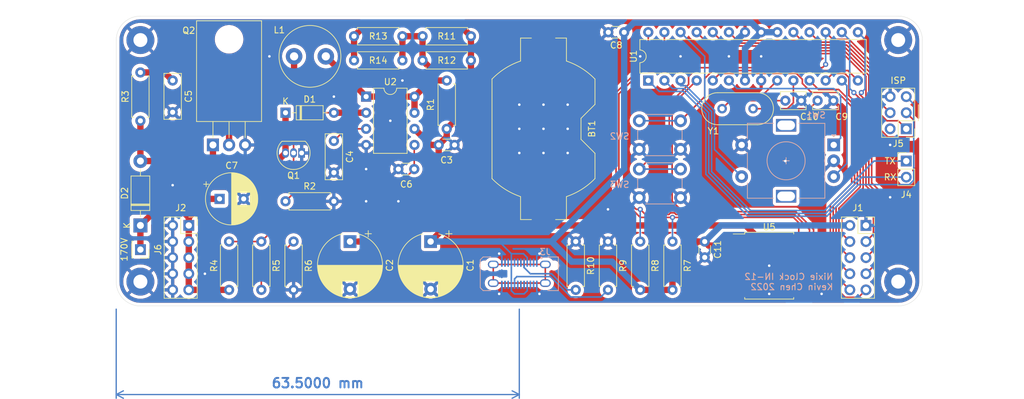
<source format=kicad_pcb>
(kicad_pcb (version 20211014) (generator pcbnew)
  (layers (0 "F.Cu" signal) (31 "B.Cu" signal) (34 "B.Paste" user) (35 "F.Paste" user) (36 "B.SilkS" user "B.Silkscreen") (37 "F.SilkS" user "F.Silkscreen") (38 "B.Mask" user) (39 "F.Mask" user) (44 "Edge.Cuts" user))
  (net 0 "")
  (net 1 "GND")
  (net 2 "Net-(L1-Pad1)")
  (net 3 "+170V")
  (net 4 "Net-(D1-Pad2)")
  (net 5 "Net-(D2-Pad2)")
  (net 6 "Net-(R5-Pad2)")
  (net 7 "Net-(C9-Pad1)")
  (net 8 "Net-(C10-Pad1)")
  (net 9 "Net-(J3-PadA5)")
  (net 10 "Net-(J3-PadB5)")
  (net 11 "/TX")
  (net 12 "/RX")
  (net 13 "+5V")
  (net 14 "MOSI")
  (net 15 "SCK")
  (net 16 "MISO")
  (net 17 "~{RESET}")
  (net 18 "Net-(R7-Pad1)")
  (net 19 "Net-(R8-Pad1)")
  (net 20 "Net-(SW1-PadS1)")
  (net 21 "Net-(SW1-PadB)")
  (net 22 "Net-(SW1-PadA)")
  (net 23 "Net-(SW2-Pad1)")
  (net 24 "Net-(U1-Pad4)")
  (net 26 "/VBATT")
  (net 29 "unconnected-(J3-PadS1)")
  (net 36 "Net-(C4-Pad1)")
  (net 37 "Net-(C5-Pad1)")
  (net 38 "Net-(C6-Pad2)")
  (net 39 "Net-(D1-Pad1)")
  (net 40 "SER")
  (net 41 "EN1")
  (net 42 "SRCLK")
  (net 43 "EN2")
  (net 44 "RCLK")
  (net 45 "EN3")
  (net 46 "EN5")
  (net 47 "EN4")
  (footprint "Capacitor_THT:CP_Radial_D10.0mm_P7.50mm" (layer "F.Cu") (at 125.73 86.36 -90)
    (fp_text reference "C1")
    (fp_text value "470uF")
  )
  (footprint "Capacitor_THT:CP_Radial_D10.0mm_P7.50mm" (layer "F.Cu") (at 113.03 86.36 -90)
    (fp_text reference "C2")
    (fp_text value "220uF")
  )
  (footprint "Capacitor_THT:C_Disc_D3.0mm_W1.6mm_P2.50mm" (layer "F.Cu") (at 127 71.12)
    (fp_text reference "C3")
    (fp_text value "0.1uF")
  )
  (footprint "Capacitor_THT:C_Disc_D7.0mm_W2.5mm_P5.00mm" (layer "F.Cu") (at 110.49 70.485 -90)
    (fp_text reference "C4")
    (fp_text value "1500pF")
  )
  (footprint "Diode_THT:D_DO-35_SOD27_P7.62mm_Horizontal" (layer "F.Cu") (at 102.87 66.04)
    (fp_text reference "D1")
    (fp_text value "1N4148")
  )
  (footprint "Inductor_THT:L_Radial_D9.5mm_P5.00mm_Fastron_07HVP" (layer "F.Cu") (at 109.22 57.15 180)
    (fp_text reference "L1")
    (fp_text value "100uH")
  )
  (footprint "Package_TO_SOT_THT:TO-92_Inline" (layer "F.Cu") (at 105.41 72.39 180)
    (fp_text reference "Q1")
    (fp_text value "BC557")
  )
  (footprint "Package_TO_SOT_THT:TO-220-3_Horizontal_TabDown" (layer "F.Cu") (at 91.44 71.12)
    (fp_text reference "Q2")
    (fp_text value "IRL640")
  )
  (footprint "Resistor_THT:R_Axial_DIN0207_L6.3mm_D2.5mm_P7.62mm_Horizontal" (layer "F.Cu") (at 80.01 67.31 90)
    (fp_text reference "R3")
    (fp_text value "100")
  )
  (footprint "Resistor_THT:R_Axial_DIN0207_L6.3mm_D2.5mm_P7.62mm_Horizontal" (layer "F.Cu") (at 93.98 93.98 90)
    (fp_text reference "R4")
    (fp_text value "330k")
  )
  (footprint "Resistor_THT:R_Axial_DIN0207_L6.3mm_D2.5mm_P7.62mm_Horizontal" (layer "F.Cu") (at 99.06 86.36 -90)
    (fp_text reference "R5")
    (fp_text value "2.2k")
  )
  (footprint "Resistor_THT:R_Axial_DIN0207_L6.3mm_D2.5mm_P7.62mm_Horizontal" (layer "F.Cu") (at 104.14 86.36 -90)
    (fp_text reference "R6")
    (fp_text value "220")
  )
  (footprint "Package_DIP:DIP-28_W7.62mm" (layer "F.Cu") (at 160.02 60.96 90)
    (fp_text reference "U1")
    (fp_text value "ATmega328P-PU")
  )
  (footprint "Battery:BatteryHolder_Keystone_1058_1x2032" (layer "F.Cu") (at 143.51 68.58 90)
    (fp_text reference "BT1")
    (fp_text value "Battery_Cell")
  )
  (footprint "Diode_THT:D_DO-41_SOD81_P10.16mm_Horizontal" (layer "F.Cu") (at 80.01 83.82 90)
    (fp_text reference "D2")
    (fp_text value "UF4004")
  )
  (footprint "Connector_PinSocket_2.54mm:PinSocket_1x01_P2.54mm_Vertical" (layer "F.Cu") (at 80.01 87.63 -90)
    (fp_text reference "J6")
    (fp_text value "Conn_01x01_Male")
  )
  (footprint "Resistor_THT:R_Axial_DIN0207_L6.3mm_D2.5mm_P7.62mm_Horizontal" (layer "F.Cu") (at 132.08 57.785 180)
    (fp_text reference "R12")
    (fp_text value "0.2")
  )
  (footprint "Connector_PinSocket_2.54mm:PinSocket_2x05_P2.54mm_Vertical" (layer "F.Cu") (at 87.63 83.82)
    (fp_text reference "J2")
    (fp_text value "Conn_02x05_Odd_Even")
  )
  (footprint "Resistor_THT:R_Axial_DIN0207_L6.3mm_D2.5mm_P7.62mm_Horizontal" (layer "F.Cu") (at 163.83 86.36 -90)
    (fp_text reference "R7")
    (fp_text value "5.1k")
  )
  (footprint "Resistor_THT:R_Axial_DIN0207_L6.3mm_D2.5mm_P7.62mm_Horizontal" (layer "F.Cu") (at 132.08 53.975 180)
    (fp_text reference "R11")
    (fp_text value "0.2")
  )
  (footprint "Resistor_THT:R_Axial_DIN0207_L6.3mm_D2.5mm_P7.62mm_Horizontal" (layer "F.Cu") (at 148.59 86.36 -90)
    (fp_text reference "R10")
    (fp_text value "5.1k")
  )
  (footprint "Resistor_THT:R_Axial_DIN0207_L6.3mm_D2.5mm_P7.62mm_Horizontal" (layer "F.Cu") (at 153.67 86.36 -90)
    (fp_text reference "R9")
    (fp_text value "5.1k")
  )
  (footprint "Capacitor_THT:C_Disc_D7.0mm_W2.5mm_P5.00mm" (layer "F.Cu") (at 85.09 60.96 -90)
    (fp_text reference "C5")
    (fp_text value "100pF")
  )
  (footprint "Connector_PinHeader_2.54mm:PinHeader_2x03_P2.54mm_Vertical" (layer "F.Cu") (at 200.66 68.58 180)
    (fp_text reference "J5")
    (fp_text value "AVR-ISP-6")
  )
  (footprint "Resistor_THT:R_Axial_DIN0207_L6.3mm_D2.5mm_P7.62mm_Horizontal" (layer "F.Cu") (at 102.87 80.01)
    (fp_text reference "R2")
    (fp_text value "1k")
  )
  (footprint "Resistor_THT:R_Axial_DIN0207_L6.3mm_D2.5mm_P7.62mm_Horizontal" (layer "F.Cu") (at 158.75 86.36 -90)
    (fp_text reference "R8")
    (fp_text value "5.1k")
  )
  (footprint "Connector_PinSocket_2.54mm:PinSocket_2x05_P2.54mm_Vertical" (layer "F.Cu") (at 194.31 83.82)
    (fp_text reference "J1")
    (fp_text value "Conn_02x05_Odd_Even")
  )
  (footprint "Capacitor_THT:C_Disc_D3.0mm_W1.6mm_P2.50mm" (layer "F.Cu") (at 120.65 74.93)
    (fp_text reference "C6")
    (fp_text value "0.1uF")
  )
  (footprint "Capacitor_THT:C_Disc_D3.8mm_W2.6mm_P2.50mm" (layer "F.Cu") (at 186.69 64.135)
    (fp_text reference "C9")
    (fp_text value "22pF")
  )
  (footprint "Package_SO:SOIC-16W_7.5x10.3mm_P1.27mm" (layer "F.Cu") (at 179.07 90.17)
    (fp_text reference "U5")
    (fp_text value "DS3231M")
  )
  (footprint "Resistor_THT:R_Axial_DIN0207_L6.3mm_D2.5mm_P7.62mm_Horizontal" (layer "F.Cu") (at 128.27 68.58 90)
    (fp_text reference "R1")
    (fp_text value "0.2")
  )
  (footprint "Capacitor_THT:CP_Radial_D8.0mm_P3.80mm" (layer "F.Cu") (at 92.480241 79.625)
    (fp_text reference "C7")
    (fp_text value "3.3uF 250V")
  )
  (footprint "Crystal:Crystal_HC49-U_Vertical" (layer "F.Cu") (at 176.53 65.405 180)
    (fp_text reference "Y1")
    (fp_text value "16 MHz")
  )
  (footprint "MountingHole:MountingHole_2.2mm_M2_Pad" (layer "F.Cu") (at 199.39 54.58)
    (fp_text reference "H1" hide)
    (fp_text value "MountingHole_Pad")
  )
  (footprint "MountingHole:MountingHole_2.2mm_M2_Pad" (layer "F.Cu") (at 80.01 54.58)
    (fp_text reference "H4" hide)
    (fp_text value "MountingHole_Pad")
  )
  (footprint "Package_DIP:DIP-8_W7.62mm" (layer "F.Cu") (at 115.57 63.5)
    (fp_text reference "U2")
    (fp_text value "MC34063AP")
  )
  (footprint "Capacitor_THT:C_Disc_D3.0mm_W1.6mm_P2.50mm" (layer "F.Cu") (at 168.91 86.36 -90)
    (fp_text reference "C11")
    (fp_text value "0.1uF")
  )
  (footprint "Resistor_THT:R_Axial_DIN0207_L6.3mm_D2.5mm_P7.62mm_Horizontal" (layer "F.Cu") (at 113.665 53.975)
    (fp_text reference "R13")
    (fp_text value "0.2")
  )
  (footprint "Capacitor_THT:C_Disc_D3.8mm_W2.6mm_P2.50mm" (layer "F.Cu") (at 181.61 64.135)
    (fp_text reference "C10")
    (fp_text value "22pF")
  )
  (footprint "Capacitor_THT:C_Disc_D3.0mm_W1.6mm_P2.50mm" (layer "F.Cu") (at 156.22 53.35 180)
    (fp_text reference "C8")
    (fp_text value "0.1uF")
  )
  (footprint "MountingHole:MountingHole_2.2mm_M2_Pad" (layer "F.Cu") (at 80.01 92.68)
    (fp_text reference "H3" hide)
    (fp_text value "MountingHole_Pad")
  )
  (footprint "Connector_PinHeader_2.54mm:PinHeader_1x02_P2.54mm_Vertical" (layer "F.Cu") (at 200.66 73.66)
    (fp_text reference "J4")
    (fp_text value "Conn_01x02_Male")
  )
  (footprint "Resistor_THT:R_Axial_DIN0207_L6.3mm_D2.5mm_P7.62mm_Horizontal" (layer "F.Cu") (at 113.665 57.785)
    (fp_text reference "R14")
    (fp_text value "0.2")
  )
  (footprint "MountingHole:MountingHole_2.2mm_M2_Pad" (layer "F.Cu") (at 199.39 92.68)
    (fp_text reference "H2" hide)
    (fp_text value "MountingHole_Pad")
  )
  (footprint "Button_Switch_THT:SW_PUSH_6mm_H13mm" (layer "B.Cu") (at 165.1 74.93 180)
    (fp_text reference "SW3")
    (fp_text value "SW_Push")
  )
  (footprint "Rotary_Encoder:RotaryEncoder_Alps_EC11E-Switch_Vertical_H20mm" (layer "B.Cu") (at 189.23 71.12 180)
    (fp_text reference "SW1")
    (fp_text value "RotaryEncoder_Switch")
  )
  (footprint "Button_Switch_THT:SW_PUSH_6mm_H13mm" (layer "B.Cu") (at 165.1 67.31 180)
    (fp_text reference "SW2")
    (fp_text value "SW_Push")
  )
  (footprint "Connector_USB:USB_C_Receptacle_JAE_DX07S024WJ3R400" (layer "B.Cu") (at 139.7 91.44 180)
    (fp_text reference "J3")
    (fp_text value "USB_C_Receptacle_USB2.0")
  )
  (gr_line (start 202.565 64.77) (end 202.565 67.31) (layer "F.SilkS") (width 0.12))
  (gr_line (start 203.2 92.71) (end 203.2 54.61) (layer "Edge.Cuts") (width 0.05))
  (gr_line (start 199.39 50.8) (end 80.01 50.8) (layer "Edge.Cuts") (width 0.05))
  (gr_arc (start 80.01 96.52) (mid 77.315923 95.404077) (end 76.2 92.71) (layer "Edge.Cuts") (width 0.05))
  (gr_arc (start 76.2 54.61) (mid 77.315923 51.915923) (end 80.01 50.8) (layer "Edge.Cuts") (width 0.05))
  (gr_line (start 80.01 96.52) (end 199.39 96.52) (layer "Edge.Cuts") (width 0.05))
  (gr_arc (start 203.2 92.71) (mid 202.084077 95.404077) (end 199.39 96.52) (layer "Edge.Cuts") (width 0.05))
  (gr_line (start 76.2 54.61) (end 76.2 92.71) (layer "Edge.Cuts") (width 0.05))
  (gr_arc (start 199.39 50.8) (mid 202.084077 51.915923) (end 203.2 54.61) (layer "Edge.Cuts") (width 0.05))
  (gr_text "Nixie Clock IN-12\nKevin Chen 2022" (at 189.23 92.71) (layer "B.SilkS") (effects (font (size 1 1)) (justify left mirror)))
  (gr_text "ISP" (at 199.39 60.96) (layer "F.SilkS") (effects (font (size 1 1))))
  (gr_text "RX" (at 198.12 76.2) (layer "F.SilkS") (effects (font (size 1 1))))
  (gr_text "170V" (at 77.47 87.63 90) (layer "F.SilkS") (effects (font (size 1 1))))
  (gr_text "TX" (at 198.12 73.66) (layer "F.SilkS") (effects (font (size 1 1))))
  (dimension (type aligned) (layer "B.Cu") (pts (xy 76.2 96.52) (xy 139.7 96.52)) (height 13.97) (gr_text "2500.0000 mils" (at 107.95 108.69) (layer "B.Cu") (effects (font (size 1.5 1.5) (thickness 0.3)))) (format (units 3) (units_format 1) (precision 4)) (style (thickness 0.2) (arrow_length 1.27) (text_position_mode 0) (extension_height 0.58642) (extension_offset 0.5) keep_text_aligned))
  (via (at 179.07 90.17) (size 0.8) (drill 0.4) (layers "F.Cu" "B.Cu") (net 1))
  (via (at 100.33 57.15) (size 0.8) (drill 0.4) (layers "F.Cu" "B.Cu") (net 1))
  (via (at 177.8 57.15) (size 0.8) (drill 0.4) (layers "F.Cu" "B.Cu") (net 1))
  (via (at 147.32 68.58) (size 0.8) (drill 0.4) (layers "F.Cu" "B.Cu") (net 1))
  (via (at 139.7 72.39) (size 0.8) (drill 0.4) (layers "F.Cu" "B.Cu") (net 1))
  (via (at 158.75 57.15) (size 0.8) (drill 0.4) (layers "F.Cu" "B.Cu") (net 1))
  (via (at 153.67 81.28) (size 0.8) (drill 0.4) (layers "F.Cu" "B.Cu") (net 1))
  (via (at 172.72 57.15) (size 0.8) (drill 0.4) (layers "F.Cu" "B.Cu") (net 1))
  (via (at 165.1 57.15) (size 0.8) (drill 0.4) (layers "F.Cu" "B.Cu") (net 1))
  (via (at 136.525 88.265) (size 0.8) (drill 0.4) (layers "F.Cu" "B.Cu") (net 1))
  (via (at 198.12 79.375) (size 0.8) (drill 0.4) (layers "F.Cu" "B.Cu") (net 1))
  (via (at 142.875 94.615) (size 0.8) (drill 0.4) (layers "F.Cu" "B.Cu") (net 1))
  (via (at 143.51 64.77) (size 0.8) (drill 0.4) (layers "F.Cu" "B.Cu") (net 1))
  (via (at 110.49 63.5) (size 0.8) (drill 0.4) (layers "F.Cu" "B.Cu") (net 1))
  (via (at 85.09 77.47) (size 0.8) (drill 0.4) (layers "F.Cu" "B.Cu") (net 1))
  (via (at 90.17 91.44) (size 0.8) (drill 0.4) (layers "F.Cu" "B.Cu") (net 1))
  (via (at 139.7 68.58) (size 0.8) (drill 0.4) (layers "F.Cu" "B.Cu") (net 1))
  (via (at 179.07 94.615) (size 0.8) (drill 0.4) (layers "F.Cu" "B.Cu") (net 1))
  (via (at 119.38 67.31) (size 0.8) (drill 0.4) (layers "F.Cu" "B.Cu") (net 1))
  (via (at 142.875 88.265) (size 0.8) (drill 0.4) (layers "F.Cu" "B.Cu") (net 1))
  (via (at 147.32 72.39) (size 0.8) (drill 0.4) (layers "F.Cu" "B.Cu") (net 1))
  (via (at 147.32 64.77) (size 0.8) (drill 0.4) (layers "F.Cu" "B.Cu") (net 1))
  (via (at 143.51 72.39) (size 0.8) (drill 0.4) (layers "F.Cu" "B.Cu") (net 1))
  (via (at 181.61 73.66) (size 0.8) (drill 0.4) (layers "F.Cu" "B.Cu") (net 1))
  (via (at 120.65 80.01) (size 0.8) (drill 0.4) (layers "F.Cu" "B.Cu") (net 1))
  (via (at 187.325 94.615) (size 0.8) (drill 0.4) (layers "F.Cu" "B.Cu") (net 1))
  (via (at 143.51 68.58) (size 0.8) (drill 0.4) (layers "F.Cu" "B.Cu") (net 1))
  (via (at 115.57 74.93) (size 0.8) (drill 0.4) (layers "F.Cu" "B.Cu") (net 1))
  (via (at 136.525 94.615) (size 0.8) (drill 0.4) (layers "F.Cu" "B.Cu") (net 1))
  (via (at 198.12 71.12) (size 0.8) (drill 0.4) (layers "F.Cu" "B.Cu") (net 1))
  (via (at 121.285 60.96) (size 0.8) (drill 0.4) (layers "F.Cu" "B.Cu") (net 1))
  (via (at 115.57 80.01) (size 0.8) (drill 0.4) (layers "F.Cu" "B.Cu") (net 1))
  (via (at 139.7 64.77) (size 0.8) (drill 0.4) (layers "F.Cu" "B.Cu") (net 1))
  (segment (start 136.95 93.19) (end 136.95 94.19) (width 0.25) (layer "B.Cu") (net 1))
  (segment (start 136.95 88.69) (end 136.525 88.265) (width 0.25) (layer "B.Cu") (net 1))
  (segment (start 142.45 94.19) (end 142.875 94.615) (width 0.25) (layer "B.Cu") (net 1))
  (segment (start 136.95 94.19) (end 136.525 94.615) (width 0.25) (layer "B.Cu") (net 1))
  (segment (start 142.45 89.69) (end 142.45 88.69) (width 0.25) (layer "B.Cu") (net 1))
  (segment (start 172.72 55.88) (end 175.26 53.34) (width 1) (layer "B.Cu") (net 1))
  (segment (start 136.95 89.69) (end 136.95 88.69) (width 0.25) (layer "B.Cu") (net 1))
  (segment (start 172.72 57.15) (end 172.72 55.88) (width 1) (layer "B.Cu") (net 1))
  (segment (start 142.45 88.69) (end 142.875 88.265) (width 0.25) (layer "B.Cu") (net 1))
  (segment (start 142.45 93.19) (end 142.45 94.19) (width 0.25) (layer "B.Cu") (net 1))
  (segment (start 109.22 57.15) (end 115.57 63.5) (width 1) (layer "F.Cu") (net 2))
  (segment (start 121.285 54.61) (end 121.285 57.785) (width 1) (layer "F.Cu") (net 2))
  (segment (start 121.285 53.975) (end 124.46 53.975) (width 1) (layer "F.Cu") (net 2))
  (segment (start 125.73 59.055) (end 125.73 60.96) (width 1) (layer "F.Cu") (net 2))
  (segment (start 115.57 63.5) (end 123.19 63.5) (width 1) (layer "F.Cu") (net 2))
  (segment (start 123.19 63.5) (end 125.73 60.96) (width 1) (layer "F.Cu") (net 2))
  (segment (start 128.27 60.96) (end 125.73 60.96) (width 1) (layer "F.Cu") (net 2))
  (segment (start 124.46 57.785) (end 125.73 59.055) (width 1) (layer "F.Cu") (net 2))
  (segment (start 124.46 57.785) (end 124.46 54.61) (width 1) (layer "F.Cu") (net 2))
  (segment (start 123.19 66.04) (end 123.19 63.5) (width 1) (layer "F.Cu") (net 2))
  (segment (start 87.63 83.82) (end 87.63 93.98) (width 1) (layer "F.Cu") (net 3))
  (segment (start 82.55 81.28) (end 86.36 81.28) (width 1) (layer "F.Cu") (net 3))
  (segment (start 87.63 93.98) (end 93.98 93.98) (width 1) (layer "F.Cu") (net 3))
  (segment (start 87.63 83.82) (end 87.63 82.55) (width 1) (layer "F.Cu") (net 3))
  (segment (start 87.63 82.55) (end 90.555 79.625) (width 1) (layer "F.Cu") (net 3))
  (segment (start 86.36 81.28) (end 87.63 82.55) (width 1) (layer "F.Cu") (net 3))
  (segment (start 80.01 83.82) (end 82.55 81.28) (width 1) (layer "F.Cu") (net 3))
  (segment (start 80.01 83.82) (end 80.01 87.63) (width 1) (layer "F.Cu") (net 3))
  (segment (start 90.555 79.625) (end 92.480241 79.625) (width 1) (layer "F.Cu") (net 3))
  (segment (start 115.57 66.04) (end 110.49 66.04) (width 1) (layer "F.Cu") (net 4))
  (segment (start 104.14 78.74) (end 102.87 80.01) (width 0.25) (layer "F.Cu") (net 4))
  (segment (start 104.14 70.935978) (end 109.035978 66.04) (width 0.25) (layer "F.Cu") (net 4))
  (segment (start 104.14 72.39) (end 104.14 78.74) (width 0.25) (layer "F.Cu") (net 4))
  (segment (start 104.14 72.39) (end 104.14 70.935978) (width 0.25) (layer "F.Cu") (net 4))
  (segment (start 109.035978 66.04) (end 110.49 66.04) (width 0.25) (layer "F.Cu") (net 4))
  (segment (start 93.98 67.39) (end 97.71 67.39) (width 1) (layer "F.Cu") (net 5))
  (segment (start 93.98 71.12) (end 93.98 67.39) (width 1) (layer "F.Cu") (net 5))
  (segment (start 91.018478 67.39) (end 84.748478 73.66) (width 1) (layer "F.Cu") (net 5))
  (segment (start 80.01 67.31) (end 80.01 73.66) (width 1) (layer "F.Cu") (net 5))
  (segment (start 104.22 60.88) (end 104.22 57.15) (width 1) (layer "F.Cu") (net 5))
  (segment (start 84.748478 73.66) (end 80.01 73.66) (width 1) (layer "F.Cu") (net 5))
  (segment (start 93.98 67.39) (end 91.018478 67.39) (width 1) (layer "F.Cu") (net 5))
  (segment (start 97.71 67.39) (end 104.22 60.88) (width 1) (layer "F.Cu") (net 5))
  (segment (start 99.06 91.44) (end 104.14 86.36) (width 0.25) (layer "F.Cu") (net 6))
  (segment (start 99.06 93.98) (end 99.06 91.44) (width 0.25) (layer "F.Cu") (net 6))
  (segment (start 185.42 65.405) (end 186.69 64.135) (width 0.25) (layer "F.Cu") (net 7))
  (segment (start 181.9303 65.405) (end 185.42 65.405) (width 0.25) (layer "F.Cu") (net 7))
  (segment (start 182.88 64.4553) (end 182.88 60.96) (width 0.25) (layer "F.Cu") (net 7))
  (segment (start 181.9303 65.405) (end 182.88 64.4553) (width 0.25) (layer "F.Cu") (net 7))
  (segment (start 176.53 65.405) (end 181.9303 65.405) (width 0.25) (layer "F.Cu") (net 7))
  (segment (start 172.92 64.135) (end 177.165 64.135) (width 0.25) (layer "F.Cu") (net 8))
  (segment (start 177.165 64.135) (end 180.34 60.96) (width 0.25) (layer "F.Cu") (net 8))
  (segment (start 177.165 64.135) (end 181.61 64.135) (width 0.25) (layer "F.Cu") (net 8))
  (segment (start 171.65 65.405) (end 172.92 64.135) (width 0.25) (layer "F.Cu") (net 8))
  (segment (start 140.45 89.69) (end 140.45 90.454511) (width 0.25) (layer "B.Cu") (net 9))
  (segment (start 140.45 90.454511) (end 141.435489 91.44) (width 0.25) (layer "B.Cu") (net 9))
  (segment (start 147.320718 93.98) (end 148.59 93.98) (width 0.25) (layer "B.Cu") (net 9))
  (segment (start 141.435489 91.44) (end 144.780717 91.44) (width 0.25) (layer "B.Cu") (net 9))
  (segment (start 144.780717 91.44) (end 147.320718 93.98) (width 0.25) (layer "B.Cu") (net 9))
  (segment (start 152.545489 95.104511) (end 147.809511 95.104511) (width 0.25) (layer "B.Cu") (net 10))
  (segment (start 147.809511 95.104511) (end 144.59452 91.88952) (width 0.25) (layer "B.Cu") (net 10))
  (segment (start 144.59452 91.88952) (end 139.316458 91.88952) (width 0.25) (layer "B.Cu") (net 10))
  (segment (start 138.95 92.255978) (end 138.95 93.19) (width 0.25) (layer "B.Cu") (net 10))
  (segment (start 139.316458 91.88952) (end 138.95 92.255978) (width 0.25) (layer "B.Cu") (net 10))
  (segment (start 153.67 93.98) (end 152.545489 95.104511) (width 0.25) (layer "B.Cu") (net 10))
  (segment (start 165.1 60.96) (end 165.1 61.78048) (width 0.25) (layer "B.Cu") (net 11))
  (segment (start 169.99452 65.854521) (end 169.99452 75.327663) (width 0.25) (layer "B.Cu") (net 11))
  (segment (start 169.99452 75.327663) (end 176.132337 81.46548) (width 0.25) (layer "B.Cu") (net 11))
  (segment (start 176.132337 81.46548) (end 187.77452 81.46548) (width 0.25) (layer "B.Cu") (net 11))
  (segment (start 165.1 61.78048) (end 165.920479 61.78048) (width 0.25) (layer "B.Cu") (net 11))
  (segment (start 195.58 73.66) (end 200.66 73.66) (width 0.25) (layer "B.Cu") (net 11))
  (segment (start 187.77452 81.46548) (end 195.58 73.66) (width 0.25) (layer "B.Cu") (net 11))
  (segment (start 165.920479 61.78048) (end 169.99452 65.854521) (width 0.25) (layer "B.Cu") (net 11))
  (segment (start 175.94614 81.915) (end 187.960718 81.915) (width 0.25) (layer "B.Cu") (net 12))
  (segment (start 162.56 60.96) (end 163.83 62.23) (width 0.25) (layer "B.Cu") (net 12))
  (segment (start 169.545 66.040718) (end 169.545 75.513861) (width 0.25) (layer "B.Cu") (net 12))
  (segment (start 187.960718 81.915) (end 193.675718 76.2) (width 0.25) (layer "B.Cu") (net 12))
  (segment (start 163.83 62.23) (end 165.734282 62.23) (width 0.25) (layer "B.Cu") (net 12))
  (segment (start 165.734282 62.23) (end 169.545 66.040718) (width 0.25) (layer "B.Cu") (net 12))
  (segment (start 193.675718 76.2) (end 200.66 76.2) (width 0.25) (layer "B.Cu") (net 12))
  (segment (start 169.545 75.513861) (end 175.94614 81.915) (width 0.25) (layer "B.Cu") (net 12))
  (segment (start 127 85.09) (end 125.73 86.36) (width 1) (layer "F.Cu") (net 13))
  (segment (start 127 77.47) (end 127 71.12) (width 1) (layer "F.Cu") (net 13))
  (segment (start 130.180489 52.075489) (end 115.564511 52.075489) (width 1) (layer "F.Cu") (net 13))
  (segment (start 168.91 86.36) (end 169.545 86.995) (width 1) (layer "F.Cu") (net 13))
  (segment (start 115.564511 52.075489) (end 113.665 53.975) (width 1) (layer "F.Cu") (net 13))
  (segment (start 163.83 93.98) (end 163.83 90.30863) (width 1) (layer "F.Cu") (net 13))
  (segment (start 128.27 68.58) (end 132.08 64.77) (width 1) (layer "F.Cu") (net 13))
  (segment (start 114.3 86.36) (end 118.11 86.36) (width 1) (layer "F.Cu") (net 13))
  (segment (start 169.545 86.995) (end 174.42 86.995) (width 1) (layer "F.Cu") (net 13))
  (segment (start 132.08 53.975) (end 130.180489 52.075489) (width 1) (layer "F.Cu") (net 13))
  (segment (start 113.665 57.785) (end 113.665 53.975) (width 1) (layer "F.Cu") (net 13))
  (segment (start 163.83 90.30863) (end 167.77863 86.36) (width 1) (layer "F.Cu") (net 13))
  (segment (start 118.11 86.36) (end 127 77.47) (width 1) (layer "F.Cu") (net 13))
  (segment (start 167.77863 86.36) (end 168.91 86.36) (width 1) (layer "F.Cu") (net 13))
  (segment (start 127 77.47) (end 127 85.09) (width 1) (layer "F.Cu") (net 13))
  (segment (start 158.75 93.98) (end 163.83 93.98) (width 1) (layer "F.Cu") (net 13))
  (segment (start 128.27 69.85) (end 128.27 68.58) (width 1) (layer "F.Cu") (net 13))
  (segment (start 125.73 71.12) (end 123.19 68.58) (width 1) (layer "F.Cu") (net 13))
  (segment (start 127 71.12) (end 128.27 69.85) (width 1) (layer "F.Cu") (net 13))
  (segment (start 127 71.12) (end 125.73 71.12) (width 1) (layer "F.Cu") (net 13))
  (segment (start 132.08 64.77) (end 132.08 53.975) (width 1) (layer "F.Cu") (net 13))
  (segment (start 138.940978 94.615) (end 140.459022 94.615) (width 0.25) (layer "B.Cu") (net 13))
  (segment (start 177.8 53.34) (end 180.34 53.34) (width 1) (layer "B.Cu") (net 13))
  (segment (start 140.459022 94.615) (end 140.95 94.124022) (width 0.25) (layer "B.Cu") (net 13))
  (segment (start 171.45 83.82) (end 168.91 86.36) (width 1) (layer "B.Cu") (net 13))
  (segment (start 140.95 89.69) (end 140.95 88.88) (width 0.25) (layer "B.Cu") (net 13))
  (segment (start 136.525 86.36) (end 144.78 86.36) (width 1) (layer "B.Cu") (net 13))
  (segment (start 140.95 94.124022) (end 140.95 93.19) (width 0.25) (layer "B.Cu") (net 13))
  (segment (start 138.45 93.19) (end 138.45 94.124022) (width 0.25) (layer "B.Cu") (net 13))
  (segment (start 140.95 88.88) (end 140.355 88.285) (width 0.25) (layer "B.Cu") (net 13))
  (segment (start 138.45 89.69) (end 138.45 88.285) (width 0.25) (layer "B.Cu") (net 13))
  (segment (start 154.305 89.535) (end 158.75 93.98) (width 1) (layer "B.Cu") (net 13))
  (segment (start 140.355 88.285) (end 138.45 88.285) (width 0.25) (layer "B.Cu") (net 13))
  (segment (start 175.26 55.88) (end 177.8 53.34) (width 1) (layer "B.Cu") (net 13))
  (segment (start 138.45 88.285) (end 136.525 86.36) (width 0.25) (layer "B.Cu") (net 13))
  (segment (start 144.78 86.36) (end 156.22 74.92) (width 1) (layer "B.Cu") (net 13))
  (segment (start 191.77 83.82) (end 171.45 83.82) (width 1) (layer "B.Cu") (net 13))
  (segment (start 156.22 53.35) (end 157.729511 51.840489) (width 1) (layer "B.Cu") (net 13))
  (segment (start 176.300489 51.840489) (end 177.8 53.34) (width 1) (layer "B.Cu") (net 13))
  (segment (start 156.22 74.92) (end 156.22 53.35) (width 1) (layer "B.Cu") (net 13))
  (segment (start 175.26 60.96) (end 175.26 55.88) (width 1) (layer "B.Cu") (net 13))
  (segment (start 125.73 86.36) (end 136.525 86.36) (width 1) (layer "B.Cu") (net 13))
  (segment (start 147.955 89.535) (end 154.305 89.535) (width 1) (layer "B.Cu") (net 13))
  (segment (start 144.78 86.36) (end 147.955 89.535) (width 1) (layer "B.Cu") (net 13))
  (segment (start 138.45 93.19) (end 138.45 89.69) (width 0.25) (layer "B.Cu") (net 13))
  (segment (start 138.45 94.124022) (end 138.940978 94.615) (width 0.25) (layer "B.Cu") (net 13))
  (segment (start 157.729511 51.840489) (end 176.300489 51.840489) (width 1) (layer "B.Cu") (net 13))
  (segment (start 198.12 66.04) (end 196.5576 64.4776) (width 0.25) (layer "F.Cu") (net 14))
  (segment (start 191.628099 54.464511) (end 189.084511 54.464511) (width 0.25) (layer "F.Cu") (net 14))
  (segment (start 166.37 61.571278) (end 166.37 60.325) (width 0.25) (layer "F.Cu") (net 14))
  (segment (start 189.084511 54.464511) (end 187.96 53.34) (width 0.25) (layer "F.Cu") (net 14))
  (segment (start 166.37 60.325) (end 167.758551 58.936449) (width 0.25) (layer "F.Cu") (net 14))
  (segment (start 196.5576 59.394013) (end 191.628099 54.464511) (width 0.25) (layer "F.Cu") (net 14))
  (segment (start 163.325969 70.204031) (end 163.325969 64.615309) (width 0.25) (layer "F.Cu") (net 14))
  (segment (start 167.758551 58.936449) (end 187.443551 58.936449) (width 0.25) (layer "F.Cu") (net 14))
  (segment (start 158.6 74.93) (end 163.325969 70.204031) (width 0.25) (layer "F.Cu") (net 14))
  (segment (start 187.443551 58.936449) (end 187.96 58.42) (width 0.25) (layer "F.Cu") (net 14))
  (segment (start 163.325969 64.615309) (end 166.37 61.571278) (width 0.25) (layer "F.Cu") (net 14))
  (segment (start 196.5576 64.4776) (end 196.5576 59.394013) (width 0.25) (layer "F.Cu") (net 14))
  (via (at 187.96 58.42) (size 0.8) (drill 0.4) (layers "F.Cu" "B.Cu") (net 14))
  (segment (start 158.6 74.93) (end 165.1 74.93) (width 0.25) (layer "B.Cu") (net 14))
  (segment (start 187.96 58.42) (end 187.96 53.34) (width 0.25) (layer "B.Cu") (net 14))
  (segment (start 184.903551 55.363551) (end 191.255703 55.363551) (width 0.25) (layer "F.Cu") (net 15))
  (segment (start 201.739022 69.85) (end 201.93 69.659022) (width 0.25) (layer "F.Cu") (net 15))
  (segment (start 191.255703 55.363551) (end 195.65856 59.766408) (width 0.25) (layer "F.Cu") (net 15))
  (segment (start 201.93 69.659022) (end 201.93 67.31) (width 0.25) (layer "F.Cu") (net 15))
  (segment (start 195.65856 67.77957) (end 197.72899 69.85) (width 0.25) (layer "F.Cu") (net 15))
  (segment (start 197.72899 69.85) (end 201.739022 69.85) (width 0.25) (layer "F.Cu") (net 15))
  (segment (start 182.88 53.34) (end 184.903551 55.363551) (width 0.25) (layer "F.Cu") (net 15))
  (segment (start 201.93 67.31) (end 200.66 66.04) (width 0.25) (layer "F.Cu") (net 15))
  (segment (start 195.65856 59.766408) (end 195.65856 67.77957) (width 0.25) (layer "F.Cu") (net 15))
  (segment (start 199.39 67.31) (end 200.66 68.58) (width 0.25) (layer "F.Cu") (net 16))
  (segment (start 186.994031 54.914031) (end 191.441901 54.914031) (width 0.25) (layer "F.Cu") (net 16))
  (segment (start 185.42 53.34) (end 186.994031 54.914031) (width 0.25) (layer "F.Cu") (net 16))
  (segment (start 191.441901 54.914031) (end 196.10808 59.580211) (width 0.25) (layer "F.Cu") (net 16))
  (segment (start 197.606995 67.31) (end 199.39 67.31) (width 0.25) (layer "F.Cu") (net 16))
  (segment (start 196.10808 65.811085) (end 197.606995 67.31) (width 0.25) (layer "F.Cu") (net 16))
  (segment (start 196.10808 59.580211) (end 196.10808 65.811085) (width 0.25) (layer "F.Cu") (net 16))
  (segment (start 201.834511 64.674511) (end 201.834511 76.686499) (width 0.25) (layer "B.Cu") (net 17))
  (segment (start 161.73952 62.67952) (end 160.02 60.96) (width 0.25) (layer "B.Cu") (net 17))
  (segment (start 165.548084 62.67952) (end 161.73952 62.67952) (width 0.25) (layer "B.Cu") (net 17))
  (segment (start 169.09548 75.75048) (end 169.09548 66.226916) (width 0.25) (layer "B.Cu") (net 17))
  (segment (start 200.66 63.5) (end 201.834511 64.674511) (width 0.25) (layer "B.Cu") (net 17))
  (segment (start 188.146915 82.36452) (end 175.70952 82.36452) (width 0.25) (layer "B.Cu") (net 17))
  (segment (start 201.146499 77.374511) (end 193.136925 77.374511) (width 0.25) (layer "B.Cu") (net 17))
  (segment (start 201.834511 76.686499) (end 201.146499 77.374511) (width 0.25) (layer "B.Cu") (net 17))
  (segment (start 175.70952 82.36452) (end 169.09548 75.75048) (width 0.25) (layer "B.Cu") (net 17))
  (segment (start 169.09548 66.226916) (end 165.548084 62.67952) (width 0.25) (layer "B.Cu") (net 17))
  (segment (start 193.136925 77.374511) (end 188.146915 82.36452) (width 0.25) (layer "B.Cu") (net 17))
  (segment (start 154.94 78.739999) (end 154.94 62.864282) (width 0.25) (layer "F.Cu") (net 18))
  (segment (start 163.83 82.55) (end 158.750001 82.55) (width 0.25) (layer "F.Cu") (net 18))
  (segment (start 158.750001 82.55) (end 154.94 78.739999) (width 0.25) (layer "F.Cu") (net 18))
  (segment (start 183.72 83.390718) (end 183.72 85.725) (width 0.25) (layer "F.Cu") (net 18))
  (segment (start 182.879282 82.55) (end 183.72 83.390718) (width 0.25) (layer "F.Cu") (net 18))
  (segment (start 160.02 57.784282) (end 160.02 53.34) (width 0.25) (layer "F.Cu") (net 18))
  (segment (start 163.83 82.55) (end 182.879282 82.55) (width 0.25) (layer "F.Cu") (net 18))
  (segment (start 154.94 62.864282) (end 160.02 57.784282) (width 0.25) (layer "F.Cu") (net 18))
  (via (at 163.83 82.55) (size 0.8) (drill 0.4) (layers "F.Cu" "B.Cu") (net 18))
  (segment (start 163.83 82.55) (end 163.83 86.36) (width 0.25) (layer "B.Cu") (net 18))
  (segment (start 158.75 81.28) (end 158.115718 81.28) (width 0.25) (layer "F.Cu") (net 19))
  (segment (start 163.254906 82.10048) (end 163.529897 81.825489) (width 0.25) (layer "F.Cu") (net 19))
  (segment (start 155.38952 63.05048) (end 162.56 55.88) (width 0.25) (layer "F.Cu") (net 19))
  (segment (start 184.785 86.995) (end 183.72 86.995) (width 0.25) (layer "F.Cu") (net 19))
  (segment (start 185.42 84.455) (end 185.42 86.36) (width 0.25) (layer "F.Cu") (net 19))
  (segment (start 164.405094 82.10048) (end 183.06548 82.10048) (width 0.25) (layer "F.Cu") (net 19))
  (segment (start 158.75 81.28) (end 159.57048 82.10048) (width 0.25) (layer "F.Cu") (net 19))
  (segment (start 163.529897 81.825489) (end 164.130103 81.825489) (width 0.25) (layer "F.Cu") (net 19))
  (segment (start 164.130103 81.825489) (end 164.405094 82.10048) (width 0.25) (layer "F.Cu") (net 19))
  (segment (start 185.42 86.36) (end 184.785 86.995) (width 0.25) (layer "F.Cu") (net 19))
  (segment (start 183.06548 82.10048) (end 185.42 84.455) (width 0.25) (layer "F.Cu") (net 19))
  (segment (start 155.38952 78.553802) (end 155.38952 63.05048) (width 0.25) (layer "F.Cu") (net 19))
  (segment (start 159.57048 82.10048) (end 163.254906 82.10048) (width 0.25) (layer "F.Cu") (net 19))
  (segment (start 158.115718 81.28) (end 155.38952 78.553802) (width 0.25) (layer "F.Cu") (net 19))
  (segment (start 162.56 55.88) (end 162.56 53.34) (width 0.25) (layer "F.Cu") (net 19))
  (via (at 158.75 81.28) (size 0.8) (drill 0.4) (layers "F.Cu" "B.Cu") (net 19))
  (segment (start 158.75 81.28) (end 158.75 86.36) (width 0.25) (layer "B.Cu") (net 19))
  (segment (start 170.44404 71.83404) (end 174.73 76.12) (width 0.25) (layer "B.Cu") (net 20))
  (segment (start 168.91 64.134283) (end 170.44404 65.668323) (width 0.25) (layer "B.Cu") (net 20))
  (segment (start 168.91 57.15) (end 165.1 53.34) (width 0.25) (layer "B.Cu") (net 20))
  (segment (start 170.44404 65.668323) (end 170.44404 71.83404) (width 0.25) (layer "B.Cu") (net 20))
  (segment (start 168.91 57.15) (end 168.91 64.134283) (width 0.25) (layer "B.Cu") (net 20))
  (segment (start 191.299999 61.759999) (end 191.299999 74.050001) (width 0.25) (layer "B.Cu") (net 21))
  (segment (start 190.5 60.96) (end 191.299999 61.759999) (width 0.25) (layer "B.Cu") (net 21))
  (segment (start 191.299999 74.050001) (end 189.23 76.12) (width 0.25) (layer "B.Cu") (net 21))
  (segment (start 189.23 62.23) (end 173.99 62.23) (width 0.25) (layer "B.Cu") (net 22))
  (segment (start 173.99 62.23) (end 172.72 60.96) (width 0.25) (layer "B.Cu") (net 22))
  (segment (start 190.314511 63.314511) (end 189.23 62.23) (width 0.25) (layer "B.Cu") (net 22))
  (segment (start 189.23 71.12) (end 190.314511 70.035489) (width 0.25) (layer "B.Cu") (net 22))
  (segment (start 190.314511 70.035489) (end 190.314511 63.314511) (width 0.25) (layer "B.Cu") (net 22))
  (segment (start 193.04 60.96) (end 191.465969 59.385969) (width 0.25) (layer "F.Cu") (net 23))
  (segment (start 168.91 60.6397) (end 168.91 63.5) (width 0.25) (layer "F.Cu") (net 23))
  (segment (start 170.163731 59.385969) (end 168.91 60.6397) (width 0.25) (layer "F.Cu") (net 23))
  (segment (start 191.465969 59.385969) (end 170.163731 59.385969) (width 0.25) (layer "F.Cu") (net 23))
  (segment (start 168.91 63.5) (end 165.1 67.31) (width 0.25) (layer "F.Cu") (net 23))
  (segment (start 158.6 67.31) (end 165.1 67.31) (width 0.25) (layer "B.Cu") (net 23))
  (segment (start 186.055 94.615) (end 185.03048 95.63952) (width 0.25) (layer "F.Cu") (net 24))
  (segment (start 182.482762 95.63952) (end 175.108242 88.265) (width 0.25) (layer "F.Cu") (net 24))
  (segment (start 163.775489 79.978632) (end 165.447817 81.65096) (width 0.25) (layer "F.Cu") (net 24))
  (segment (start 165.447817 81.65096) (end 183.251678 81.65096) (width 0.25) (layer "F.Cu") (net 24))
  (segment (start 167.64 60.96) (end 167.616996 60.96) (width 0.25) (layer "F.Cu") (net 24))
  (segment (start 163.775489 64.801507) (end 163.775489 79.978632) (width 0.25) (layer "F.Cu") (net 24))
  (segment (start 175.108242 88.265) (end 174.42 88.265) (width 0.25) (layer "F.Cu") (net 24))
  (segment (start 183.251678 81.65096) (end 186.055 84.454282) (width 0.25) (layer "F.Cu") (net 24))
  (segment (start 186.055 84.454282) (end 186.055 94.615) (width 0.25) (layer "F.Cu") (net 24))
  (segment (start 167.616996 60.96) (end 163.775489 64.801507) (width 0.25) (layer "F.Cu") (net 24))
  (segment (start 185.03048 95.63952) (end 182.482762 95.63952) (width 0.25) (layer "F.Cu") (net 24))
  (segment (start 183.72 88.265) (end 179.808952 88.265) (width 1) (layer "F.Cu") (net 26))
  (segment (start 175.367992 83.82404) (end 144.07404 83.82404) (width 1) (layer "F.Cu") (net 26))
  (segment (start 179.808952 88.265) (end 175.367992 83.82404) (width 1) (layer "F.Cu") (net 26))
  (segment (start 144.07404 83.82404) (end 143.51 83.26) (width 1) (layer "F.Cu") (net 26))
  (segment (start 143.8 89.97) (end 143.8 92.91) (width 0.25) (layer "F.Cu") (net 29))
  (segment (start 143.8 92.91) (end 135.6 92.91) (width 0.25) (layer "F.Cu") (net 29))
  (segment (start 135.6 89.97) (end 143.8 89.97) (width 0.25) (layer "F.Cu") (net 29))
  (segment (start 135.6 92.91) (end 135.6 89.97) (width 0.25) (layer "F.Cu") (net 29))
  (segment (start 112.395 68.58) (end 115.57 68.58) (width 0.25) (layer "F.Cu") (net 36))
  (segment (start 110.49 70.485) (end 112.395 68.58) (width 0.25) (layer "F.Cu") (net 36))
  (segment (start 83.82 59.69) (end 85.09 60.96) (width 1) (layer "F.Cu") (net 37))
  (segment (start 80.01 59.69) (end 83.82 59.69) (width 1) (layer "F.Cu") (net 37))
  (segment (start 102.87 82.55) (end 115.53 82.55) (width 0.25) (layer "F.Cu") (net 38))
  (segment (start 99.06 86.36) (end 102.87 82.55) (width 0.25) (layer "F.Cu") (net 38))
  (segment (start 123.15 74.93) (end 123.15 71.16) (width 0.25) (layer "F.Cu") (net 38))
  (segment (start 115.53 82.55) (end 123.15 74.93) (width 0.25) (layer "F.Cu") (net 38))
  (segment (start 123.15 71.16) (end 123.19 71.12) (width 0.25) (layer "F.Cu") (net 38))
  (segment (start 93.98 86.36) (end 99.06 86.36) (width 0.25) (layer "F.Cu") (net 38))
  (segment (start 91.44 73.12) (end 91.98 73.66) (width 1) (layer "F.Cu") (net 39))
  (segment (start 91.44 71.12) (end 91.44 73.12) (width 1) (layer "F.Cu") (net 39))
  (segment (start 101.6 73.66) (end 102.87 72.39) (width 1) (layer "F.Cu") (net 39))
  (segment (start 91.98 73.66) (end 101.6 73.66) (width 1) (layer "F.Cu") (net 39))
  (segment (start 102.87 66.04) (end 102.87 72.39) (width 1) (layer "F.Cu") (net 39))
  (segment (start 169.80904 55.50904) (end 183.141888 55.50904) (width 0.25) (layer "F.Cu") (net 40))
  (segment (start 190.697111 56.712111) (end 194.31 60.325) (width 0.25) (layer "F.Cu") (net 40))
  (segment (start 194.31 60.325) (end 194.31 77.565489) (width 0.25) (layer "F.Cu") (net 40))
  (segment (start 184.34496 56.712111) (end 190.697111 56.712111) (width 0.25) (layer "F.Cu") (net 40))
  (segment (start 167.64 53.34) (end 169.80904 55.50904) (width 0.25) (layer "F.Cu") (net 40))
  (segment (start 194.31 77.565489) (end 195.484511 78.74) (width 0.25) (layer "F.Cu") (net 40))
  (segment (start 195.484511 78.74) (end 195.484511 85.185489) (width 0.25) (layer "F.Cu") (net 40))
  (segment (start 195.484511 85.185489) (end 194.31 86.36) (width 0.25) (layer "F.Cu") (net 40))
  (segment (start 183.141888 55.50904) (end 184.34496 56.712111) (width 0.25) (layer "F.Cu") (net 40))
  (segment (start 193.313109 63.137391) (end 193.5855 62.865) (width 0.25) (layer "F.Cu") (net 41))
  (segment (start 190.5 85.09) (end 190.5 81.28287) (width 0.25) (layer "F.Cu") (net 41))
  (segment (start 190.5 81.28287) (end 193.86048 77.92239) (width 0.25) (layer "F.Cu") (net 41))
  (segment (start 193.86048 63.684762) (end 193.313109 63.137391) (width 0.25) (layer "F.Cu") (net 41))
  (segment (start 191.77 86.36) (end 190.5 85.09) (width 0.25) (layer "F.Cu") (net 41))
  (segment (start 193.86048 77.92239) (end 193.86048 63.684762) (width 0.25) (layer "F.Cu") (net 41))
  (via (at 193.5855 62.865) (size 0.8) (drill 0.4) (layers "F.Cu" "B.Cu") (net 41))
  (segment (start 194.164511 62.285989) (end 194.164511 54.464511) (width 0.25) (layer "B.Cu") (net 41))
  (segment (start 193.5855 62.865) (end 194.164511 62.285989) (width 0.25) (layer "B.Cu") (net 41))
  (segment (start 194.164511 54.464511) (end 193.04 53.34) (width 0.25) (layer "B.Cu") (net 41))
  (segment (start 183.328086 55.05952) (end 184.531157 56.262591) (width 0.25) (layer "F.Cu") (net 42))
  (segment (start 171.89952 55.05952) (end 183.328086 55.05952) (width 0.25) (layer "F.Cu") (net 42))
  (segment (start 190.883309 56.262591) (end 194.75952 60.138802) (width 0.25) (layer "F.Cu") (net 42))
  (segment (start 195.934031 78.553803) (end 195.934031 87.275969) (width 0.25) (layer "F.Cu") (net 42))
  (segment (start 194.75952 77.379291) (end 195.934031 78.553803) (width 0.25) (layer "F.Cu") (net 42))
  (segment (start 195.934031 87.275969) (end 194.31 88.9) (width 0.25) (layer "F.Cu") (net 42))
  (segment (start 184.531157 56.262591) (end 190.883309 56.262591) (width 0.25) (layer "F.Cu") (net 42))
  (segment (start 170.18 53.34) (end 171.89952 55.05952) (width 0.25) (layer "F.Cu") (net 42))
  (segment (start 194.75952 60.138802) (end 194.75952 77.379291) (width 0.25) (layer "F.Cu") (net 42))
  (segment (start 190.05048 87.18048) (end 190.05048 81.096673) (width 0.25) (layer "F.Cu") (net 43))
  (segment (start 191.77 88.9) (end 190.05048 87.18048) (width 0.25) (layer "F.Cu") (net 43))
  (segment (start 190.05048 81.096673) (end 193.41096 77.736193) (width 0.25) (layer "F.Cu") (net 43))
  (segment (start 193.41096 63.87096) (end 192.405 62.865) (width 0.25) (layer "F.Cu") (net 43))
  (segment (start 193.41096 77.736193) (end 193.41096 63.87096) (width 0.25) (layer "F.Cu") (net 43))
  (via (at 192.405 62.865) (size 0.8) (drill 0.4) (layers "F.Cu" "B.Cu") (net 43))
  (segment (start 191.749519 62.209519) (end 191.749519 54.589519) (width 0.25) (layer "B.Cu") (net 43))
  (segment (start 192.405 62.865) (end 191.749519 62.209519) (width 0.25) (layer "B.Cu") (net 43))
  (segment (start 191.749519 54.589519) (end 190.5 53.34) (width 0.25) (layer "B.Cu") (net 43))
  (segment (start 196.383551 78.273551) (end 196.383551 89.366449) (width 0.25) (layer "F.Cu") (net 44))
  (segment (start 196.383551 89.366449) (end 194.31 91.44) (width 0.25) (layer "F.Cu") (net 44))
  (segment (start 195.20904 59.952605) (end 195.20904 77.09904) (width 0.25) (layer "F.Cu") (net 44))
  (segment (start 172.72 53.34) (end 173.99 54.61) (width 0.25) (layer "F.Cu") (net 44))
  (segment (start 184.717354 55.813071) (end 191.069506 55.813071) (width 0.25) (layer "F.Cu") (net 44))
  (segment (start 173.99 54.61) (end 183.514282 54.61) (width 0.25) (layer "F.Cu") (net 44))
  (segment (start 195.20904 77.09904) (end 196.383551 78.273551) (width 0.25) (layer "F.Cu") (net 44))
  (segment (start 183.514282 54.61) (end 184.717354 55.813071) (width 0.25) (layer "F.Cu") (net 44))
  (segment (start 191.069506 55.813071) (end 195.20904 59.952605) (width 0.25) (layer "F.Cu") (net 44))
  (segment (start 190.965789 59.835489) (end 189.084511 59.835489) (width 0.25) (layer "F.Cu") (net 45))
  (segment (start 192.96144 77.549996) (end 192.96144 64.69144) (width 0.25) (layer "F.Cu") (net 45))
  (segment (start 189.60096 80.910476) (end 192.96144 77.549996) (width 0.25) (layer "F.Cu") (net 45))
  (segment (start 191.624511 63.354511) (end 191.624511 60.494211) (width 0.25) (layer "F.Cu") (net 45))
  (segment (start 189.084511 59.835489) (end 187.96 60.96) (width 0.25) (layer "F.Cu") (net 45))
  (segment (start 192.96144 64.69144) (end 191.624511 63.354511) (width 0.25) (layer "F.Cu") (net 45))
  (segment (start 189.60096 89.27096) (end 189.60096 80.910476) (width 0.25) (layer "F.Cu") (net 45))
  (segment (start 191.624511 60.494211) (end 190.965789 59.835489) (width 0.25) (layer "F.Cu") (net 45))
  (segment (start 191.77 91.44) (end 189.60096 89.27096) (width 0.25) (layer "F.Cu") (net 45))
  (segment (start 184.295489 60.785189) (end 184.295489 61.425789) (width 0.25) (layer "F.Cu") (net 46))
  (segment (start 188.70192 80.538081) (end 188.70192 92.81692) (width 0.25) (layer "F.Cu") (net 46))
  (segment (start 193.135489 95.154511) (end 194.31 93.98) (width 0.25) (layer "F.Cu") (net 46))
  (segment (start 192.0624 77.1776) (end 188.70192 80.538081) (width 0.25) (layer "F.Cu") (net 46))
  (segment (start 171.304511 59.835489) (end 183.345789 59.835489) (width 0.25) (layer "F.Cu") (net 46))
  (segment (start 191.039511 95.154511) (end 193.135489 95.154511) (width 0.25) (layer "F.Cu") (net 46))
  (segment (start 189.823573 62.825009) (end 192.0624 65.063836) (width 0.25) (layer "F.Cu") (net 46))
  (segment (start 183.345789 59.835489) (end 184.295489 60.785189) (width 0.25) (layer "F.Cu") (net 46))
  (segment (start 185.694709 62.825009) (end 189.823573 62.825009) (width 0.25) (layer "F.Cu") (net 46))
  (segment (start 170.18 60.96) (end 171.304511 59.835489) (width 0.25) (layer "F.Cu") (net 46))
  (segment (start 184.295489 61.425789) (end 185.694709 62.825009) (width 0.25) (layer "F.Cu") (net 46))
  (segment (start 192.0624 65.063836) (end 192.0624 77.1776) (width 0.25) (layer "F.Cu") (net 46))
  (segment (start 188.70192 92.81692) (end 191.039511 95.154511) (width 0.25) (layer "F.Cu") (net 46))
  (segment (start 190.009771 62.375489) (end 192.51192 64.877638) (width 0.25) (layer "F.Cu") (net 47))
  (segment (start 189.15144 80.724278) (end 189.15144 91.36144) (width 0.25) (layer "F.Cu") (net 47))
  (segment (start 186.835489 62.375489) (end 190.009771 62.375489) (width 0.25) (layer "F.Cu") (net 47))
  (segment (start 192.51192 77.363798) (end 189.15144 80.724278) (width 0.25) (layer "F.Cu") (net 47))
  (segment (start 192.51192 64.877638) (end 192.51192 77.363798) (width 0.25) (layer "F.Cu") (net 47))
  (segment (start 189.15144 91.36144) (end 191.77 93.98) (width 0.25) (layer "F.Cu") (net 47))
  (segment (start 185.42 60.96) (end 186.835489 62.375489) (width 0.25) (layer "F.Cu") (net 47))
  (zone (net 1) (net_name "GND") (layer "F.Cu") (connect_pads (clearance 0.508)) (min_thickness 0.254) (fill yes (thermal_gap 0.508) (thermal_bridge_width 0.508))
    (polygon (pts (xy 73.025 48.26) (xy 206.375 48.26) (xy 206.375 99.06) (xy 73.025 99.06)))
  )
  (zone (net 1) (net_name "GND") (layer "B.Cu") (connect_pads (clearance 0.508)) (min_thickness 0.254) (fill yes (thermal_gap 0.508) (thermal_bridge_width 0.508))
    (polygon (pts (xy 73.66 48.26) (xy 209.55 48.26) (xy 209.55 99.06) (xy 73.66 99.06)))
  )
)
</source>
